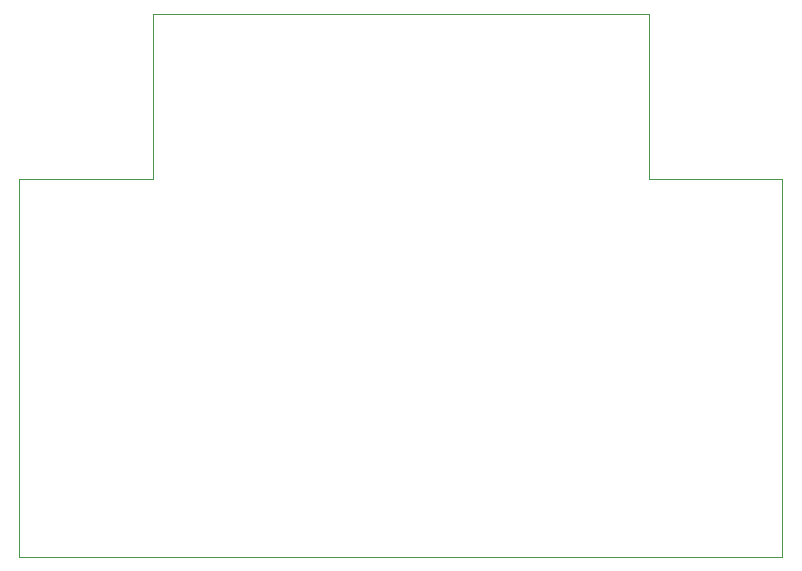
<source format=gbr>
%TF.GenerationSoftware,KiCad,Pcbnew,6.0.2+dfsg-1*%
%TF.CreationDate,2022-06-15T15:33:46+02:00*%
%TF.ProjectId,vscp-din-wireless-esp32-can,76736370-2d64-4696-9e2d-776972656c65,rev?*%
%TF.SameCoordinates,Original*%
%TF.FileFunction,Profile,NP*%
%FSLAX46Y46*%
G04 Gerber Fmt 4.6, Leading zero omitted, Abs format (unit mm)*
G04 Created by KiCad (PCBNEW 6.0.2+dfsg-1) date 2022-06-15 15:33:46*
%MOMM*%
%LPD*%
G01*
G04 APERTURE LIST*
%TA.AperFunction,Profile*%
%ADD10C,0.050000*%
%TD*%
G04 APERTURE END LIST*
D10*
X169100000Y-67400000D02*
X169100000Y-53400000D01*
X127100000Y-67400000D02*
X115800000Y-67400000D01*
X127100000Y-53400000D02*
X127100000Y-67400000D01*
X115800000Y-67400000D02*
X115800000Y-99400000D01*
X180400000Y-67400000D02*
X169100000Y-67400000D01*
X180400000Y-99400000D02*
X180400000Y-67400000D01*
X115800000Y-99400000D02*
X180400000Y-99400000D01*
X169100000Y-53400000D02*
X127100000Y-53400000D01*
M02*

</source>
